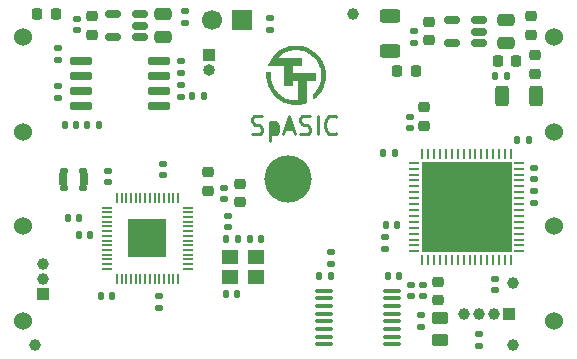
<source format=gbr>
G04 #@! TF.GenerationSoftware,KiCad,Pcbnew,9.0.1-9.0.1-0~ubuntu22.04.1*
G04 #@! TF.CreationDate,2025-04-15T01:02:31-04:00*
G04 #@! TF.ProjectId,TTExperimentModule,54544578-7065-4726-996d-656e744d6f64,1.0*
G04 #@! TF.SameCoordinates,PX10e4380PY2d07198*
G04 #@! TF.FileFunction,Soldermask,Top*
G04 #@! TF.FilePolarity,Negative*
%FSLAX46Y46*%
G04 Gerber Fmt 4.6, Leading zero omitted, Abs format (unit mm)*
G04 Created by KiCad (PCBNEW 9.0.1-9.0.1-0~ubuntu22.04.1) date 2025-04-15 01:02:31*
%MOMM*%
%LPD*%
G01*
G04 APERTURE LIST*
G04 Aperture macros list*
%AMRoundRect*
0 Rectangle with rounded corners*
0 $1 Rounding radius*
0 $2 $3 $4 $5 $6 $7 $8 $9 X,Y pos of 4 corners*
0 Add a 4 corners polygon primitive as box body*
4,1,4,$2,$3,$4,$5,$6,$7,$8,$9,$2,$3,0*
0 Add four circle primitives for the rounded corners*
1,1,$1+$1,$2,$3*
1,1,$1+$1,$4,$5*
1,1,$1+$1,$6,$7*
1,1,$1+$1,$8,$9*
0 Add four rect primitives between the rounded corners*
20,1,$1+$1,$2,$3,$4,$5,0*
20,1,$1+$1,$4,$5,$6,$7,0*
20,1,$1+$1,$6,$7,$8,$9,0*
20,1,$1+$1,$8,$9,$2,$3,0*%
G04 Aperture macros list end*
%ADD10C,0.100000*%
%ADD11C,0.260000*%
%ADD12C,0.000000*%
%ADD13RoundRect,0.140000X-0.170000X0.140000X-0.170000X-0.140000X0.170000X-0.140000X0.170000X0.140000X0*%
%ADD14RoundRect,0.140000X0.140000X0.170000X-0.140000X0.170000X-0.140000X-0.170000X0.140000X-0.170000X0*%
%ADD15R,1.000000X1.000000*%
%ADD16C,1.000000*%
%ADD17C,1.524000*%
%ADD18C,4.000000*%
%ADD19RoundRect,0.140000X-0.140000X-0.170000X0.140000X-0.170000X0.140000X0.170000X-0.140000X0.170000X0*%
%ADD20RoundRect,0.250000X0.625000X-0.312500X0.625000X0.312500X-0.625000X0.312500X-0.625000X-0.312500X0*%
%ADD21RoundRect,0.140000X0.170000X-0.140000X0.170000X0.140000X-0.170000X0.140000X-0.170000X-0.140000X0*%
%ADD22RoundRect,0.225000X0.250000X-0.225000X0.250000X0.225000X-0.250000X0.225000X-0.250000X-0.225000X0*%
%ADD23RoundRect,0.225000X-0.225000X-0.250000X0.225000X-0.250000X0.225000X0.250000X-0.225000X0.250000X0*%
%ADD24RoundRect,0.135000X0.135000X0.185000X-0.135000X0.185000X-0.135000X-0.185000X0.135000X-0.185000X0*%
%ADD25RoundRect,0.150000X0.512500X0.150000X-0.512500X0.150000X-0.512500X-0.150000X0.512500X-0.150000X0*%
%ADD26RoundRect,0.135000X-0.185000X0.135000X-0.185000X-0.135000X0.185000X-0.135000X0.185000X0.135000X0*%
%ADD27RoundRect,0.135000X0.185000X-0.135000X0.185000X0.135000X-0.185000X0.135000X-0.185000X-0.135000X0*%
%ADD28RoundRect,0.225000X-0.250000X0.225000X-0.250000X-0.225000X0.250000X-0.225000X0.250000X0.225000X0*%
%ADD29RoundRect,0.250000X0.475000X-0.250000X0.475000X0.250000X-0.475000X0.250000X-0.475000X-0.250000X0*%
%ADD30RoundRect,0.218750X-0.256250X0.218750X-0.256250X-0.218750X0.256250X-0.218750X0.256250X0.218750X0*%
%ADD31RoundRect,0.062500X-0.362500X-0.062500X0.362500X-0.062500X0.362500X0.062500X-0.362500X0.062500X0*%
%ADD32RoundRect,0.062500X-0.062500X-0.362500X0.062500X-0.362500X0.062500X0.362500X-0.062500X0.362500X0*%
%ADD33R,7.650000X7.650000*%
%ADD34RoundRect,0.250000X-0.450000X0.262500X-0.450000X-0.262500X0.450000X-0.262500X0.450000X0.262500X0*%
%ADD35R,1.400000X1.200000*%
%ADD36RoundRect,0.135000X-0.135000X-0.185000X0.135000X-0.185000X0.135000X0.185000X-0.135000X0.185000X0*%
%ADD37O,1.000000X1.000000*%
%ADD38RoundRect,0.100000X-0.637500X-0.100000X0.637500X-0.100000X0.637500X0.100000X-0.637500X0.100000X0*%
%ADD39RoundRect,0.218750X0.218750X0.256250X-0.218750X0.256250X-0.218750X-0.256250X0.218750X-0.256250X0*%
%ADD40RoundRect,0.162500X0.800000X0.162500X-0.800000X0.162500X-0.800000X-0.162500X0.800000X-0.162500X0*%
%ADD41RoundRect,0.102000X-0.241300X0.088900X-0.241300X-0.088900X0.241300X-0.088900X0.241300X0.088900X0*%
%ADD42RoundRect,0.102000X-0.266700X0.114300X-0.266700X-0.114300X0.266700X-0.114300X0.266700X0.114300X0*%
%ADD43RoundRect,0.250000X0.312500X0.625000X-0.312500X0.625000X-0.312500X-0.625000X0.312500X-0.625000X0*%
%ADD44R,1.700000X1.700000*%
%ADD45C,1.700000*%
%ADD46RoundRect,0.050000X0.050000X-0.387500X0.050000X0.387500X-0.050000X0.387500X-0.050000X-0.387500X0*%
%ADD47RoundRect,0.050000X0.387500X-0.050000X0.387500X0.050000X-0.387500X0.050000X-0.387500X-0.050000X0*%
%ADD48R,3.200000X3.200000*%
G04 APERTURE END LIST*
D10*
X22570000Y20000000D02*
X22750000Y19360000D01*
X22250000Y19380000D01*
X22480000Y20030000D01*
X22570000Y20000000D01*
G36*
X22570000Y20000000D02*
G01*
X22750000Y19360000D01*
X22250000Y19380000D01*
X22480000Y20030000D01*
X22570000Y20000000D01*
G37*
D11*
X19416766Y18865520D02*
X19631052Y18789330D01*
X19631052Y18789330D02*
X19988194Y18789330D01*
X19988194Y18789330D02*
X20131052Y18865520D01*
X20131052Y18865520D02*
X20202480Y18941711D01*
X20202480Y18941711D02*
X20273909Y19094092D01*
X20273909Y19094092D02*
X20273909Y19246473D01*
X20273909Y19246473D02*
X20202480Y19398854D01*
X20202480Y19398854D02*
X20131052Y19475044D01*
X20131052Y19475044D02*
X19988194Y19551235D01*
X19988194Y19551235D02*
X19702480Y19627425D01*
X19702480Y19627425D02*
X19559623Y19703616D01*
X19559623Y19703616D02*
X19488194Y19779806D01*
X19488194Y19779806D02*
X19416766Y19932187D01*
X19416766Y19932187D02*
X19416766Y20084568D01*
X19416766Y20084568D02*
X19488194Y20236949D01*
X19488194Y20236949D02*
X19559623Y20313140D01*
X19559623Y20313140D02*
X19702480Y20389330D01*
X19702480Y20389330D02*
X20059623Y20389330D01*
X20059623Y20389330D02*
X20273909Y20313140D01*
X20916765Y19855997D02*
X20916765Y18255997D01*
X20916765Y19779806D02*
X21059623Y19855997D01*
X21059623Y19855997D02*
X21345337Y19855997D01*
X21345337Y19855997D02*
X21488194Y19779806D01*
X21488194Y19779806D02*
X21559623Y19703616D01*
X21559623Y19703616D02*
X21631051Y19551235D01*
X21631051Y19551235D02*
X21631051Y19094092D01*
X21631051Y19094092D02*
X21559623Y18941711D01*
X21559623Y18941711D02*
X21488194Y18865520D01*
X21488194Y18865520D02*
X21345337Y18789330D01*
X21345337Y18789330D02*
X21059623Y18789330D01*
X21059623Y18789330D02*
X20916765Y18865520D01*
X22202480Y19246473D02*
X22916766Y19246473D01*
X22059623Y18789330D02*
X22559623Y20389330D01*
X22559623Y20389330D02*
X23059623Y18789330D01*
X23488194Y18865520D02*
X23702480Y18789330D01*
X23702480Y18789330D02*
X24059622Y18789330D01*
X24059622Y18789330D02*
X24202480Y18865520D01*
X24202480Y18865520D02*
X24273908Y18941711D01*
X24273908Y18941711D02*
X24345337Y19094092D01*
X24345337Y19094092D02*
X24345337Y19246473D01*
X24345337Y19246473D02*
X24273908Y19398854D01*
X24273908Y19398854D02*
X24202480Y19475044D01*
X24202480Y19475044D02*
X24059622Y19551235D01*
X24059622Y19551235D02*
X23773908Y19627425D01*
X23773908Y19627425D02*
X23631051Y19703616D01*
X23631051Y19703616D02*
X23559622Y19779806D01*
X23559622Y19779806D02*
X23488194Y19932187D01*
X23488194Y19932187D02*
X23488194Y20084568D01*
X23488194Y20084568D02*
X23559622Y20236949D01*
X23559622Y20236949D02*
X23631051Y20313140D01*
X23631051Y20313140D02*
X23773908Y20389330D01*
X23773908Y20389330D02*
X24131051Y20389330D01*
X24131051Y20389330D02*
X24345337Y20313140D01*
X24988193Y18789330D02*
X24988193Y20389330D01*
X26559622Y18941711D02*
X26488194Y18865520D01*
X26488194Y18865520D02*
X26273908Y18789330D01*
X26273908Y18789330D02*
X26131051Y18789330D01*
X26131051Y18789330D02*
X25916765Y18865520D01*
X25916765Y18865520D02*
X25773908Y19017901D01*
X25773908Y19017901D02*
X25702479Y19170282D01*
X25702479Y19170282D02*
X25631051Y19475044D01*
X25631051Y19475044D02*
X25631051Y19703616D01*
X25631051Y19703616D02*
X25702479Y20008378D01*
X25702479Y20008378D02*
X25773908Y20160759D01*
X25773908Y20160759D02*
X25916765Y20313140D01*
X25916765Y20313140D02*
X26131051Y20389330D01*
X26131051Y20389330D02*
X26273908Y20389330D01*
X26273908Y20389330D02*
X26488194Y20313140D01*
X26488194Y20313140D02*
X26559622Y20236949D01*
D10*
X21540000Y19640000D02*
X21540000Y19050000D01*
X21350000Y18860000D01*
X20940000Y18860000D01*
X20940000Y19740000D01*
X21440000Y19740000D01*
X21540000Y19640000D01*
G36*
X21540000Y19640000D02*
G01*
X21540000Y19050000D01*
X21350000Y18860000D01*
X20940000Y18860000D01*
X20940000Y19740000D01*
X21440000Y19740000D01*
X21540000Y19640000D01*
G37*
D12*
G04 #@! TO.C,G\u002A\u002A\u002A*
G36*
X23173770Y26315646D02*
G01*
X23229679Y26314848D01*
X23283025Y26313396D01*
X23331640Y26311303D01*
X23373359Y26308583D01*
X23395897Y26306469D01*
X23556581Y26284264D01*
X23712171Y26253629D01*
X23855476Y26216587D01*
X24007547Y26166985D01*
X24155683Y26107809D01*
X24299476Y26039375D01*
X24438517Y25961999D01*
X24572399Y25875998D01*
X24700712Y25781687D01*
X24823048Y25679383D01*
X24938999Y25569402D01*
X25048156Y25452060D01*
X25150110Y25327674D01*
X25244453Y25196560D01*
X25313714Y25087798D01*
X25391733Y24948163D01*
X25460195Y24804643D01*
X25519085Y24657741D01*
X25568387Y24507961D01*
X25608083Y24355806D01*
X25638156Y24201779D01*
X25658591Y24046384D01*
X25669370Y23890125D01*
X25670478Y23733504D01*
X25661896Y23577026D01*
X25643609Y23421193D01*
X25615600Y23266510D01*
X25577853Y23113479D01*
X25530350Y22962604D01*
X25473075Y22814389D01*
X25406012Y22669338D01*
X25394384Y22646479D01*
X25314668Y22502868D01*
X25226983Y22366059D01*
X25131193Y22235882D01*
X25027165Y22112170D01*
X24914763Y21994754D01*
X24793853Y21883463D01*
X24768994Y21862227D01*
X24746974Y21843949D01*
X24722927Y21824503D01*
X24698314Y21805010D01*
X24674594Y21786591D01*
X24653226Y21770368D01*
X24635668Y21757463D01*
X24623380Y21748996D01*
X24617891Y21746086D01*
X24617163Y21751165D01*
X24616484Y21765721D01*
X24615869Y21788729D01*
X24615333Y21819165D01*
X24614891Y21856006D01*
X24614558Y21898227D01*
X24614349Y21944804D01*
X24614278Y21993475D01*
X24614278Y22240865D01*
X24673498Y22302290D01*
X24763093Y22400129D01*
X24843759Y22498865D01*
X24917005Y22600563D01*
X24984337Y22707291D01*
X25035335Y22798392D01*
X25098139Y22926643D01*
X25151620Y23057717D01*
X25196040Y23192464D01*
X25231665Y23331733D01*
X25258758Y23476371D01*
X25269004Y23549496D01*
X25272551Y23585850D01*
X25275307Y23630606D01*
X25277273Y23681696D01*
X25278450Y23737053D01*
X25278839Y23794607D01*
X25278443Y23852291D01*
X25277261Y23908037D01*
X25275296Y23959776D01*
X25272549Y24005442D01*
X25269020Y24042964D01*
X25268695Y24045631D01*
X25245186Y24193703D01*
X25212088Y24338782D01*
X25169618Y24480297D01*
X25117993Y24617678D01*
X25057428Y24750355D01*
X24988142Y24877757D01*
X24910349Y24999315D01*
X24901743Y25011650D01*
X24809845Y25133478D01*
X24711105Y25247501D01*
X24605774Y25353531D01*
X24494107Y25451379D01*
X24376357Y25540856D01*
X24252776Y25621773D01*
X24123618Y25693943D01*
X23989137Y25757177D01*
X23849585Y25811285D01*
X23809920Y25824682D01*
X23729812Y25849279D01*
X23650509Y25870196D01*
X23569120Y25888076D01*
X23482756Y25903558D01*
X23399475Y25915828D01*
X23371480Y25919365D01*
X23344987Y25922123D01*
X23318053Y25924194D01*
X23288738Y25925672D01*
X23255100Y25926651D01*
X23215198Y25927224D01*
X23167089Y25927486D01*
X23157374Y25927507D01*
X23098938Y25927382D01*
X23048692Y25926649D01*
X23004336Y25925120D01*
X22963569Y25922607D01*
X22924089Y25918920D01*
X22883595Y25913871D01*
X22839787Y25907271D01*
X22790363Y25898931D01*
X22774117Y25896065D01*
X22727281Y25887539D01*
X22687699Y25879765D01*
X22652309Y25872002D01*
X22618051Y25863508D01*
X22581864Y25853541D01*
X22540686Y25841361D01*
X22511611Y25832465D01*
X22373115Y25784270D01*
X22238580Y25726368D01*
X22108098Y25658814D01*
X21981759Y25581663D01*
X21859653Y25494967D01*
X21741870Y25398782D01*
X21655845Y25319890D01*
X21603344Y25269358D01*
X22612676Y25269132D01*
X23622008Y25268905D01*
X23622008Y24922398D01*
X23622008Y24575892D01*
X23257080Y24575892D01*
X22892151Y24575892D01*
X22893510Y24298949D01*
X22894869Y24022006D01*
X23846488Y24020679D01*
X24798107Y24019352D01*
X24796757Y23674172D01*
X24795406Y23328992D01*
X24431851Y23327644D01*
X24068296Y23326295D01*
X24066969Y22386145D01*
X24065642Y21445994D01*
X24018391Y21427712D01*
X23940407Y21400000D01*
X23854192Y21373794D01*
X23761967Y21349608D01*
X23665953Y21327958D01*
X23568372Y21309356D01*
X23471445Y21294319D01*
X23408926Y21286598D01*
X23384965Y21284522D01*
X23352689Y21282544D01*
X23314016Y21280709D01*
X23270865Y21279066D01*
X23225152Y21277662D01*
X23178794Y21276545D01*
X23133710Y21275762D01*
X23091818Y21275360D01*
X23055033Y21275387D01*
X23025275Y21275890D01*
X23007746Y21276672D01*
X22936310Y21282201D01*
X22867385Y21288963D01*
X22804188Y21296624D01*
X22776796Y21300529D01*
X22617239Y21329825D01*
X22460992Y21368936D01*
X22308429Y21417593D01*
X22159928Y21475530D01*
X22015866Y21542477D01*
X21876619Y21618167D01*
X21742564Y21702331D01*
X21614077Y21794703D01*
X21491535Y21895014D01*
X21375315Y22002996D01*
X21265793Y22118382D01*
X21163347Y22240902D01*
X21068352Y22370290D01*
X20981186Y22506277D01*
X20914255Y22625478D01*
X20843464Y22770812D01*
X20782623Y22919273D01*
X20731688Y23071016D01*
X20690618Y23226195D01*
X20659369Y23384964D01*
X20637899Y23547478D01*
X20629049Y23657123D01*
X20627151Y23697159D01*
X20626036Y23740557D01*
X20625654Y23786063D01*
X20625951Y23832421D01*
X20626876Y23878375D01*
X20628377Y23922672D01*
X20630402Y23964054D01*
X20632898Y24001267D01*
X20635814Y24033056D01*
X20639098Y24058165D01*
X20642697Y24075338D01*
X20646560Y24083322D01*
X20646726Y24083436D01*
X20653429Y24084447D01*
X20669145Y24085310D01*
X20692404Y24086025D01*
X20721734Y24086591D01*
X20755666Y24087007D01*
X20792728Y24087272D01*
X20831450Y24087387D01*
X20870362Y24087350D01*
X20907993Y24087160D01*
X20942873Y24086817D01*
X20973530Y24086320D01*
X20998495Y24085668D01*
X21016297Y24084862D01*
X21025465Y24083899D01*
X21026266Y24083614D01*
X21028496Y24077937D01*
X21028733Y24064631D01*
X21026944Y24042735D01*
X21024162Y24019381D01*
X21020955Y23986751D01*
X21018487Y23945712D01*
X21016754Y23898328D01*
X21015754Y23846664D01*
X21015482Y23792783D01*
X21015937Y23738751D01*
X21017115Y23686631D01*
X21019012Y23638488D01*
X21021625Y23596387D01*
X21024878Y23562979D01*
X21048697Y23409872D01*
X21081407Y23262249D01*
X21123129Y23119815D01*
X21173985Y22982275D01*
X21234098Y22849334D01*
X21303591Y22720699D01*
X21382585Y22596074D01*
X21471204Y22475166D01*
X21483123Y22460100D01*
X21513531Y22423769D01*
X21550330Y22382698D01*
X21591718Y22338688D01*
X21635892Y22293540D01*
X21681052Y22249056D01*
X21725397Y22207037D01*
X21767124Y22169284D01*
X21804432Y22137599D01*
X21810723Y22132533D01*
X21933246Y22041339D01*
X22059946Y21959774D01*
X22190734Y21887872D01*
X22325517Y21825672D01*
X22464204Y21773210D01*
X22606704Y21730521D01*
X22752926Y21697644D01*
X22902779Y21674614D01*
X22970995Y21667506D01*
X22995680Y21665825D01*
X23027396Y21664450D01*
X23064134Y21663392D01*
X23103886Y21662664D01*
X23144644Y21662279D01*
X23184399Y21662250D01*
X23221144Y21662590D01*
X23252870Y21663310D01*
X23277568Y21664425D01*
X23289939Y21665486D01*
X23317502Y21668797D01*
X23317502Y22497582D01*
X23317502Y23326367D01*
X23104873Y23326367D01*
X22892244Y23326367D01*
X22892244Y23097987D01*
X22892244Y22869608D01*
X22519487Y22869608D01*
X22146729Y22869608D01*
X22146729Y23722750D01*
X22146729Y24575892D01*
X21448465Y24575892D01*
X21363751Y24575908D01*
X21281980Y24575958D01*
X21203760Y24576037D01*
X21129703Y24576145D01*
X21060417Y24576279D01*
X20996512Y24576438D01*
X20938597Y24576619D01*
X20887282Y24576820D01*
X20843176Y24577040D01*
X20806888Y24577276D01*
X20779029Y24577527D01*
X20760208Y24577790D01*
X20751034Y24578064D01*
X20750202Y24578175D01*
X20752088Y24585249D01*
X20757324Y24600417D01*
X20765277Y24622056D01*
X20775315Y24648544D01*
X20786804Y24678260D01*
X20799111Y24709580D01*
X20811605Y24740884D01*
X20823652Y24770549D01*
X20834618Y24796953D01*
X20843872Y24818473D01*
X20844558Y24820021D01*
X20911478Y24958329D01*
X20987940Y25093823D01*
X21073112Y25225313D01*
X21166161Y25351607D01*
X21266257Y25471517D01*
X21372566Y25583851D01*
X21391380Y25602287D01*
X21513414Y25713405D01*
X21640759Y25815490D01*
X21773248Y25908464D01*
X21910713Y25992249D01*
X22052988Y26066770D01*
X22199903Y26131949D01*
X22351291Y26187708D01*
X22506985Y26233972D01*
X22666817Y26270662D01*
X22830619Y26297703D01*
X22931620Y26309349D01*
X22967841Y26312025D01*
X23012333Y26313979D01*
X23062930Y26315225D01*
X23117465Y26315776D01*
X23173770Y26315646D01*
G37*
G04 #@! TD*
D13*
G04 #@! TO.C,C24*
X43322000Y15980000D03*
X43322000Y15020000D03*
G04 #@! TD*
D14*
G04 #@! TO.C,C36*
X5730000Y10250000D03*
X4770000Y10250000D03*
G04 #@! TD*
D15*
G04 #@! TO.C,J1*
X1750000Y5250000D03*
D16*
X1750000Y6520000D03*
X1750000Y7790000D03*
G04 #@! TD*
D17*
G04 #@! TO.C,PCB1*
X0Y27000000D03*
X0Y19000000D03*
X0Y11000000D03*
X0Y3000000D03*
X45000000Y3000000D03*
X45000000Y11000000D03*
X45000000Y19000000D03*
X45000000Y27000000D03*
D18*
X22500000Y15000000D03*
G04 #@! TD*
D19*
G04 #@! TO.C,C29*
X17220000Y5300000D03*
X18180000Y5300000D03*
G04 #@! TD*
D14*
G04 #@! TO.C,C32*
X7592500Y5100000D03*
X6632500Y5100000D03*
G04 #@! TD*
D20*
G04 #@! TO.C,R8*
X31124500Y25872500D03*
X31124500Y28797500D03*
G04 #@! TD*
D21*
G04 #@! TO.C,C7*
X4600000Y27620000D03*
X4600000Y28580000D03*
G04 #@! TD*
D16*
G04 #@! TO.C,FID2*
X28000000Y29000000D03*
G04 #@! TD*
D21*
G04 #@! TO.C,C39*
X11900000Y15320000D03*
X11900000Y16280000D03*
G04 #@! TD*
D13*
G04 #@! TO.C,C26*
X43322000Y13960000D03*
X43322000Y13000000D03*
G04 #@! TD*
D22*
G04 #@! TO.C,C12*
X43400000Y23925000D03*
X43400000Y25475000D03*
G04 #@! TD*
D23*
G04 #@! TO.C,C8*
X40225000Y25000000D03*
X41775000Y25000000D03*
G04 #@! TD*
D24*
G04 #@! TO.C,R14*
X18222500Y9900000D03*
X17202500Y9900000D03*
G04 #@! TD*
D21*
G04 #@! TO.C,C3*
X33112500Y26570000D03*
X33112500Y27530000D03*
G04 #@! TD*
D14*
G04 #@! TO.C,C22*
X40980000Y23700000D03*
X40020000Y23700000D03*
G04 #@! TD*
D25*
G04 #@! TO.C,U3*
X9957500Y27050000D03*
X9957500Y28000000D03*
X9957500Y28950000D03*
X7682500Y28950000D03*
X7682500Y27050000D03*
G04 #@! TD*
D26*
G04 #@! TO.C,R6*
X13700000Y29210000D03*
X13700000Y28190000D03*
G04 #@! TD*
D27*
G04 #@! TO.C,R11*
X30700000Y9090000D03*
X30700000Y10110000D03*
G04 #@! TD*
D28*
G04 #@! TO.C,C27*
X15700000Y15575000D03*
X15700000Y14025000D03*
G04 #@! TD*
D29*
G04 #@! TO.C,C5*
X11870000Y27050000D03*
X11870000Y28950000D03*
G04 #@! TD*
D23*
G04 #@! TO.C,C14*
X31725000Y24135000D03*
X33275000Y24135000D03*
G04 #@! TD*
D27*
G04 #@! TO.C,R19*
X3000000Y21890000D03*
X3000000Y22910000D03*
G04 #@! TD*
D21*
G04 #@! TO.C,C35*
X17000000Y13320000D03*
X17000000Y14280000D03*
G04 #@! TD*
D19*
G04 #@! TO.C,C21*
X30520000Y17200000D03*
X31480000Y17200000D03*
G04 #@! TD*
D27*
G04 #@! TO.C,R3*
X33700000Y2490000D03*
X33700000Y3510000D03*
G04 #@! TD*
D26*
G04 #@! TO.C,R17*
X3000000Y26110000D03*
X3000000Y25090000D03*
G04 #@! TD*
D21*
G04 #@! TO.C,C38*
X7250000Y14770000D03*
X7250000Y15730000D03*
G04 #@! TD*
G04 #@! TO.C,C34*
X17400000Y10920000D03*
X17400000Y11880000D03*
G04 #@! TD*
D15*
G04 #@! TO.C,J5*
X41200000Y3600000D03*
D16*
X39930000Y3600000D03*
X38660000Y3600000D03*
X37390000Y3600000D03*
G04 #@! TD*
D13*
G04 #@! TO.C,C23*
X40000000Y6570000D03*
X40000000Y5610000D03*
G04 #@! TD*
D22*
G04 #@! TO.C,C6*
X5850000Y27225000D03*
X5850000Y28775000D03*
G04 #@! TD*
D19*
G04 #@! TO.C,C30*
X19232500Y9900000D03*
X20192500Y9900000D03*
G04 #@! TD*
D21*
G04 #@! TO.C,C20*
X33910000Y5110000D03*
X33910000Y6070000D03*
G04 #@! TD*
D30*
G04 #@! TO.C,FB2*
X43050000Y28787500D03*
X43050000Y27212500D03*
G04 #@! TD*
D22*
G04 #@! TO.C,C16*
X34000000Y19540000D03*
X34000000Y21090000D03*
G04 #@! TD*
D13*
G04 #@! TO.C,C33*
X11562500Y5080000D03*
X11562500Y4120000D03*
G04 #@! TD*
D19*
G04 #@! TO.C,C4*
X30890000Y6785000D03*
X31850000Y6785000D03*
G04 #@! TD*
D22*
G04 #@! TO.C,C2*
X34362500Y26775000D03*
X34362500Y28325000D03*
G04 #@! TD*
D31*
G04 #@! TO.C,U4*
X33130000Y16390000D03*
X33130000Y15890000D03*
X33130000Y15390000D03*
X33130000Y14890000D03*
X33130000Y14390000D03*
X33130000Y13890000D03*
X33130000Y13390000D03*
X33130000Y12890000D03*
X33130000Y12390000D03*
X33130000Y11890000D03*
X33130000Y11390000D03*
X33130000Y10890000D03*
X33130000Y10390000D03*
X33130000Y9890000D03*
X33130000Y9390000D03*
X33130000Y8890000D03*
D32*
X33830000Y8190000D03*
X34330000Y8190000D03*
X34830000Y8190000D03*
X35330000Y8190000D03*
X35830000Y8190000D03*
X36330000Y8190000D03*
X36830000Y8190000D03*
X37330000Y8190000D03*
X37830000Y8190000D03*
X38330000Y8190000D03*
X38830000Y8190000D03*
X39330000Y8190000D03*
X39830000Y8190000D03*
X40330000Y8190000D03*
X40830000Y8190000D03*
X41330000Y8190000D03*
D31*
X42030000Y8890000D03*
X42030000Y9390000D03*
X42030000Y9890000D03*
X42030000Y10390000D03*
X42030000Y10890000D03*
X42030000Y11390000D03*
X42030000Y11890000D03*
X42030000Y12390000D03*
X42030000Y12890000D03*
X42030000Y13390000D03*
X42030000Y13890000D03*
X42030000Y14390000D03*
X42030000Y14890000D03*
X42030000Y15390000D03*
X42030000Y15890000D03*
X42030000Y16390000D03*
D32*
X41330000Y17090000D03*
X40830000Y17090000D03*
X40330000Y17090000D03*
X39830000Y17090000D03*
X39330000Y17090000D03*
X38830000Y17090000D03*
X38330000Y17090000D03*
X37830000Y17090000D03*
X37330000Y17090000D03*
X36830000Y17090000D03*
X36330000Y17090000D03*
X35830000Y17090000D03*
X35330000Y17090000D03*
X34830000Y17090000D03*
X34330000Y17090000D03*
X33830000Y17090000D03*
D33*
X37580000Y12640000D03*
G04 #@! TD*
D16*
G04 #@! TO.C,FID3*
X41500000Y1000000D03*
G04 #@! TD*
D21*
G04 #@! TO.C,C17*
X32910000Y5110000D03*
X32910000Y6070000D03*
G04 #@! TD*
D22*
G04 #@! TO.C,C28*
X18400000Y13025000D03*
X18400000Y14575000D03*
G04 #@! TD*
D34*
G04 #@! TO.C,R9*
X35300000Y3212500D03*
X35300000Y1387500D03*
G04 #@! TD*
D35*
G04 #@! TO.C,Y1*
X17512500Y6700000D03*
X19712500Y6700000D03*
X19712500Y8400000D03*
X17512500Y8400000D03*
G04 #@! TD*
D14*
G04 #@! TO.C,C37*
X4770000Y11750000D03*
X3810000Y11750000D03*
G04 #@! TD*
D36*
G04 #@! TO.C,R16*
X5440000Y19600000D03*
X6460000Y19600000D03*
G04 #@! TD*
D15*
G04 #@! TO.C,J6*
X15750000Y25500000D03*
D37*
X15750000Y24230000D03*
G04 #@! TD*
D38*
G04 #@! TO.C,U1*
X25527500Y5560000D03*
X25527500Y4910000D03*
X25527500Y4260000D03*
X25527500Y3610000D03*
X25527500Y2960000D03*
X25527500Y2310000D03*
X25527500Y1660000D03*
X25527500Y1010000D03*
X31252500Y1010000D03*
X31252500Y1660000D03*
X31252500Y2310000D03*
X31252500Y2960000D03*
X31252500Y3610000D03*
X31252500Y4260000D03*
X31252500Y4910000D03*
X31252500Y5560000D03*
G04 #@! TD*
D26*
G04 #@! TO.C,R2*
X38600000Y1910000D03*
X38600000Y890000D03*
G04 #@! TD*
D27*
G04 #@! TO.C,R5*
X20900000Y27590000D03*
X20900000Y28610000D03*
G04 #@! TD*
D39*
G04 #@! TO.C,FB1*
X2787500Y29000000D03*
X1212500Y29000000D03*
G04 #@! TD*
D24*
G04 #@! TO.C,R4*
X26140000Y6785000D03*
X25120000Y6785000D03*
G04 #@! TD*
D27*
G04 #@! TO.C,R18*
X13400000Y21990000D03*
X13400000Y23010000D03*
G04 #@! TD*
D40*
G04 #@! TO.C,U6*
X11537500Y21195000D03*
X11537500Y22465000D03*
X11537500Y23735000D03*
X11537500Y25005000D03*
X4962500Y25005000D03*
X4962500Y23735000D03*
X4962500Y22465000D03*
X4962500Y21195000D03*
G04 #@! TD*
D25*
G04 #@! TO.C,U2*
X38637500Y26550000D03*
X38637500Y27500000D03*
X38637500Y28450000D03*
X36362500Y28450000D03*
X36362500Y26550000D03*
G04 #@! TD*
D41*
G04 #@! TO.C,J3*
X5207500Y15350000D03*
X3392500Y15350000D03*
X5207500Y15000000D03*
X3392500Y15000000D03*
X5207500Y14650000D03*
X3392500Y14650000D03*
D42*
X5067500Y15725000D03*
X5067500Y14275000D03*
X3532500Y15725000D03*
X3532500Y14275000D03*
G04 #@! TD*
D29*
G04 #@! TO.C,C1*
X40900000Y26550000D03*
X40900000Y28450000D03*
G04 #@! TD*
D16*
G04 #@! TO.C,TP1*
X41500000Y6250000D03*
G04 #@! TD*
G04 #@! TO.C,FID1*
X1000000Y1000000D03*
G04 #@! TD*
D27*
G04 #@! TO.C,R15*
X13400000Y23990000D03*
X13400000Y25010000D03*
G04 #@! TD*
D14*
G04 #@! TO.C,C18*
X42832000Y18315000D03*
X41872000Y18315000D03*
G04 #@! TD*
D43*
G04 #@! TO.C,R7*
X43462500Y22000000D03*
X40537500Y22000000D03*
G04 #@! TD*
D28*
G04 #@! TO.C,C15*
X35160000Y6280000D03*
X35160000Y4730000D03*
G04 #@! TD*
D44*
G04 #@! TO.C,J2*
X18575000Y28500000D03*
D45*
X16035000Y28500000D03*
G04 #@! TD*
D46*
G04 #@! TO.C,U5*
X7962500Y6562500D03*
X8362500Y6562500D03*
X8762500Y6562500D03*
X9162500Y6562500D03*
X9562500Y6562500D03*
X9962500Y6562500D03*
X10362500Y6562500D03*
X10762500Y6562500D03*
X11162500Y6562500D03*
X11562500Y6562500D03*
X11962500Y6562500D03*
X12362500Y6562500D03*
X12762500Y6562500D03*
X13162500Y6562500D03*
D47*
X14000000Y7400000D03*
X14000000Y7800000D03*
X14000000Y8200000D03*
X14000000Y8600000D03*
X14000000Y9000000D03*
X14000000Y9400000D03*
X14000000Y9800000D03*
X14000000Y10200000D03*
X14000000Y10600000D03*
X14000000Y11000000D03*
X14000000Y11400000D03*
X14000000Y11800000D03*
X14000000Y12200000D03*
X14000000Y12600000D03*
D46*
X13162500Y13437500D03*
X12762500Y13437500D03*
X12362500Y13437500D03*
X11962500Y13437500D03*
X11562500Y13437500D03*
X11162500Y13437500D03*
X10762500Y13437500D03*
X10362500Y13437500D03*
X9962500Y13437500D03*
X9562500Y13437500D03*
X9162500Y13437500D03*
X8762500Y13437500D03*
X8362500Y13437500D03*
X7962500Y13437500D03*
D47*
X7125000Y12600000D03*
X7125000Y12200000D03*
X7125000Y11800000D03*
X7125000Y11400000D03*
X7125000Y11000000D03*
X7125000Y10600000D03*
X7125000Y10200000D03*
X7125000Y9800000D03*
X7125000Y9400000D03*
X7125000Y9000000D03*
X7125000Y8600000D03*
X7125000Y8200000D03*
X7125000Y7800000D03*
X7125000Y7400000D03*
D48*
X10562500Y10000000D03*
G04 #@! TD*
D14*
G04 #@! TO.C,C25*
X31680000Y11100000D03*
X30720000Y11100000D03*
G04 #@! TD*
D36*
G04 #@! TO.C,R13*
X14340000Y22050000D03*
X15360000Y22050000D03*
G04 #@! TD*
D21*
G04 #@! TO.C,C19*
X32750000Y19310000D03*
X32750000Y20270000D03*
G04 #@! TD*
D27*
G04 #@! TO.C,R1*
X26100000Y7790000D03*
X26100000Y8810000D03*
G04 #@! TD*
D19*
G04 #@! TO.C,C31*
X3540000Y19600000D03*
X4500000Y19600000D03*
G04 #@! TD*
M02*

</source>
